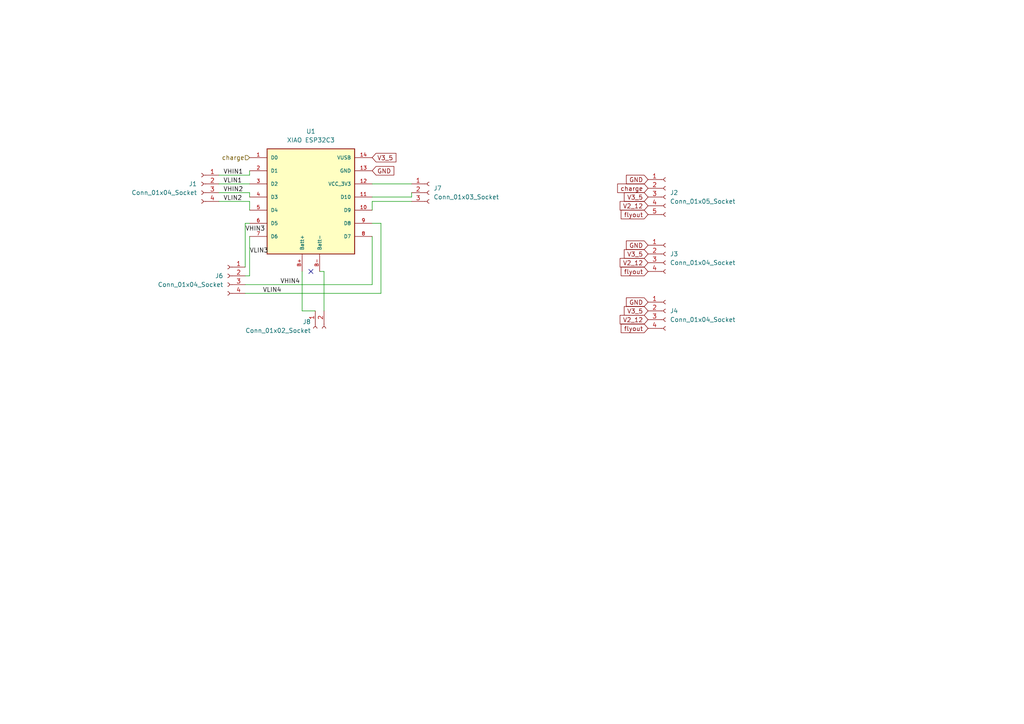
<source format=kicad_sch>
(kicad_sch
	(version 20231120)
	(generator "eeschema")
	(generator_version "8.0")
	(uuid "edf94242-0cdc-4580-8fae-fd56a0fef1a3")
	(paper "A4")
	(lib_symbols
		(symbol "Connector:Conn_01x02_Socket"
			(pin_names
				(offset 1.016) hide)
			(exclude_from_sim no)
			(in_bom yes)
			(on_board yes)
			(property "Reference" "J"
				(at 0 2.54 0)
				(effects
					(font
						(size 1.27 1.27)
					)
				)
			)
			(property "Value" "Conn_01x02_Socket"
				(at 0 -5.08 0)
				(effects
					(font
						(size 1.27 1.27)
					)
				)
			)
			(property "Footprint" ""
				(at 0 0 0)
				(effects
					(font
						(size 1.27 1.27)
					)
					(hide yes)
				)
			)
			(property "Datasheet" "~"
				(at 0 0 0)
				(effects
					(font
						(size 1.27 1.27)
					)
					(hide yes)
				)
			)
			(property "Description" "Generic connector, single row, 01x02, script generated"
				(at 0 0 0)
				(effects
					(font
						(size 1.27 1.27)
					)
					(hide yes)
				)
			)
			(property "ki_locked" ""
				(at 0 0 0)
				(effects
					(font
						(size 1.27 1.27)
					)
				)
			)
			(property "ki_keywords" "connector"
				(at 0 0 0)
				(effects
					(font
						(size 1.27 1.27)
					)
					(hide yes)
				)
			)
			(property "ki_fp_filters" "Connector*:*_1x??_*"
				(at 0 0 0)
				(effects
					(font
						(size 1.27 1.27)
					)
					(hide yes)
				)
			)
			(symbol "Conn_01x02_Socket_1_1"
				(arc
					(start 0 -2.032)
					(mid -0.5058 -2.54)
					(end 0 -3.048)
					(stroke
						(width 0.1524)
						(type default)
					)
					(fill
						(type none)
					)
				)
				(polyline
					(pts
						(xy -1.27 -2.54) (xy -0.508 -2.54)
					)
					(stroke
						(width 0.1524)
						(type default)
					)
					(fill
						(type none)
					)
				)
				(polyline
					(pts
						(xy -1.27 0) (xy -0.508 0)
					)
					(stroke
						(width 0.1524)
						(type default)
					)
					(fill
						(type none)
					)
				)
				(arc
					(start 0 0.508)
					(mid -0.5058 0)
					(end 0 -0.508)
					(stroke
						(width 0.1524)
						(type default)
					)
					(fill
						(type none)
					)
				)
				(pin passive line
					(at -5.08 0 0)
					(length 3.81)
					(name "Pin_1"
						(effects
							(font
								(size 1.27 1.27)
							)
						)
					)
					(number "1"
						(effects
							(font
								(size 1.27 1.27)
							)
						)
					)
				)
				(pin passive line
					(at -5.08 -2.54 0)
					(length 3.81)
					(name "Pin_2"
						(effects
							(font
								(size 1.27 1.27)
							)
						)
					)
					(number "2"
						(effects
							(font
								(size 1.27 1.27)
							)
						)
					)
				)
			)
		)
		(symbol "Connector:Conn_01x03_Socket"
			(pin_names
				(offset 1.016) hide)
			(exclude_from_sim no)
			(in_bom yes)
			(on_board yes)
			(property "Reference" "J"
				(at 0 5.08 0)
				(effects
					(font
						(size 1.27 1.27)
					)
				)
			)
			(property "Value" "Conn_01x03_Socket"
				(at 0 -5.08 0)
				(effects
					(font
						(size 1.27 1.27)
					)
				)
			)
			(property "Footprint" ""
				(at 0 0 0)
				(effects
					(font
						(size 1.27 1.27)
					)
					(hide yes)
				)
			)
			(property "Datasheet" "~"
				(at 0 0 0)
				(effects
					(font
						(size 1.27 1.27)
					)
					(hide yes)
				)
			)
			(property "Description" "Generic connector, single row, 01x03, script generated"
				(at 0 0 0)
				(effects
					(font
						(size 1.27 1.27)
					)
					(hide yes)
				)
			)
			(property "ki_locked" ""
				(at 0 0 0)
				(effects
					(font
						(size 1.27 1.27)
					)
				)
			)
			(property "ki_keywords" "connector"
				(at 0 0 0)
				(effects
					(font
						(size 1.27 1.27)
					)
					(hide yes)
				)
			)
			(property "ki_fp_filters" "Connector*:*_1x??_*"
				(at 0 0 0)
				(effects
					(font
						(size 1.27 1.27)
					)
					(hide yes)
				)
			)
			(symbol "Conn_01x03_Socket_1_1"
				(arc
					(start 0 -2.032)
					(mid -0.5058 -2.54)
					(end 0 -3.048)
					(stroke
						(width 0.1524)
						(type default)
					)
					(fill
						(type none)
					)
				)
				(polyline
					(pts
						(xy -1.27 -2.54) (xy -0.508 -2.54)
					)
					(stroke
						(width 0.1524)
						(type default)
					)
					(fill
						(type none)
					)
				)
				(polyline
					(pts
						(xy -1.27 0) (xy -0.508 0)
					)
					(stroke
						(width 0.1524)
						(type default)
					)
					(fill
						(type none)
					)
				)
				(polyline
					(pts
						(xy -1.27 2.54) (xy -0.508 2.54)
					)
					(stroke
						(width 0.1524)
						(type default)
					)
					(fill
						(type none)
					)
				)
				(arc
					(start 0 0.508)
					(mid -0.5058 0)
					(end 0 -0.508)
					(stroke
						(width 0.1524)
						(type default)
					)
					(fill
						(type none)
					)
				)
				(arc
					(start 0 3.048)
					(mid -0.5058 2.54)
					(end 0 2.032)
					(stroke
						(width 0.1524)
						(type default)
					)
					(fill
						(type none)
					)
				)
				(pin passive line
					(at -5.08 2.54 0)
					(length 3.81)
					(name "Pin_1"
						(effects
							(font
								(size 1.27 1.27)
							)
						)
					)
					(number "1"
						(effects
							(font
								(size 1.27 1.27)
							)
						)
					)
				)
				(pin passive line
					(at -5.08 0 0)
					(length 3.81)
					(name "Pin_2"
						(effects
							(font
								(size 1.27 1.27)
							)
						)
					)
					(number "2"
						(effects
							(font
								(size 1.27 1.27)
							)
						)
					)
				)
				(pin passive line
					(at -5.08 -2.54 0)
					(length 3.81)
					(name "Pin_3"
						(effects
							(font
								(size 1.27 1.27)
							)
						)
					)
					(number "3"
						(effects
							(font
								(size 1.27 1.27)
							)
						)
					)
				)
			)
		)
		(symbol "Connector:Conn_01x04_Socket"
			(pin_names
				(offset 1.016) hide)
			(exclude_from_sim no)
			(in_bom yes)
			(on_board yes)
			(property "Reference" "J"
				(at 0 5.08 0)
				(effects
					(font
						(size 1.27 1.27)
					)
				)
			)
			(property "Value" "Conn_01x04_Socket"
				(at 0 -7.62 0)
				(effects
					(font
						(size 1.27 1.27)
					)
				)
			)
			(property "Footprint" ""
				(at 0 0 0)
				(effects
					(font
						(size 1.27 1.27)
					)
					(hide yes)
				)
			)
			(property "Datasheet" "~"
				(at 0 0 0)
				(effects
					(font
						(size 1.27 1.27)
					)
					(hide yes)
				)
			)
			(property "Description" "Generic connector, single row, 01x04, script generated"
				(at 0 0 0)
				(effects
					(font
						(size 1.27 1.27)
					)
					(hide yes)
				)
			)
			(property "ki_locked" ""
				(at 0 0 0)
				(effects
					(font
						(size 1.27 1.27)
					)
				)
			)
			(property "ki_keywords" "connector"
				(at 0 0 0)
				(effects
					(font
						(size 1.27 1.27)
					)
					(hide yes)
				)
			)
			(property "ki_fp_filters" "Connector*:*_1x??_*"
				(at 0 0 0)
				(effects
					(font
						(size 1.27 1.27)
					)
					(hide yes)
				)
			)
			(symbol "Conn_01x04_Socket_1_1"
				(arc
					(start 0 -4.572)
					(mid -0.5058 -5.08)
					(end 0 -5.588)
					(stroke
						(width 0.1524)
						(type default)
					)
					(fill
						(type none)
					)
				)
				(arc
					(start 0 -2.032)
					(mid -0.5058 -2.54)
					(end 0 -3.048)
					(stroke
						(width 0.1524)
						(type default)
					)
					(fill
						(type none)
					)
				)
				(polyline
					(pts
						(xy -1.27 -5.08) (xy -0.508 -5.08)
					)
					(stroke
						(width 0.1524)
						(type default)
					)
					(fill
						(type none)
					)
				)
				(polyline
					(pts
						(xy -1.27 -2.54) (xy -0.508 -2.54)
					)
					(stroke
						(width 0.1524)
						(type default)
					)
					(fill
						(type none)
					)
				)
				(polyline
					(pts
						(xy -1.27 0) (xy -0.508 0)
					)
					(stroke
						(width 0.1524)
						(type default)
					)
					(fill
						(type none)
					)
				)
				(polyline
					(pts
						(xy -1.27 2.54) (xy -0.508 2.54)
					)
					(stroke
						(width 0.1524)
						(type default)
					)
					(fill
						(type none)
					)
				)
				(arc
					(start 0 0.508)
					(mid -0.5058 0)
					(end 0 -0.508)
					(stroke
						(width 0.1524)
						(type default)
					)
					(fill
						(type none)
					)
				)
				(arc
					(start 0 3.048)
					(mid -0.5058 2.54)
					(end 0 2.032)
					(stroke
						(width 0.1524)
						(type default)
					)
					(fill
						(type none)
					)
				)
				(pin passive line
					(at -5.08 2.54 0)
					(length 3.81)
					(name "Pin_1"
						(effects
							(font
								(size 1.27 1.27)
							)
						)
					)
					(number "1"
						(effects
							(font
								(size 1.27 1.27)
							)
						)
					)
				)
				(pin passive line
					(at -5.08 0 0)
					(length 3.81)
					(name "Pin_2"
						(effects
							(font
								(size 1.27 1.27)
							)
						)
					)
					(number "2"
						(effects
							(font
								(size 1.27 1.27)
							)
						)
					)
				)
				(pin passive line
					(at -5.08 -2.54 0)
					(length 3.81)
					(name "Pin_3"
						(effects
							(font
								(size 1.27 1.27)
							)
						)
					)
					(number "3"
						(effects
							(font
								(size 1.27 1.27)
							)
						)
					)
				)
				(pin passive line
					(at -5.08 -5.08 0)
					(length 3.81)
					(name "Pin_4"
						(effects
							(font
								(size 1.27 1.27)
							)
						)
					)
					(number "4"
						(effects
							(font
								(size 1.27 1.27)
							)
						)
					)
				)
			)
		)
		(symbol "Connector:Conn_01x05_Socket"
			(pin_names
				(offset 1.016) hide)
			(exclude_from_sim no)
			(in_bom yes)
			(on_board yes)
			(property "Reference" "J"
				(at 0 7.62 0)
				(effects
					(font
						(size 1.27 1.27)
					)
				)
			)
			(property "Value" "Conn_01x05_Socket"
				(at 0 -7.62 0)
				(effects
					(font
						(size 1.27 1.27)
					)
				)
			)
			(property "Footprint" ""
				(at 0 0 0)
				(effects
					(font
						(size 1.27 1.27)
					)
					(hide yes)
				)
			)
			(property "Datasheet" "~"
				(at 0 0 0)
				(effects
					(font
						(size 1.27 1.27)
					)
					(hide yes)
				)
			)
			(property "Description" "Generic connector, single row, 01x05, script generated"
				(at 0 0 0)
				(effects
					(font
						(size 1.27 1.27)
					)
					(hide yes)
				)
			)
			(property "ki_locked" ""
				(at 0 0 0)
				(effects
					(font
						(size 1.27 1.27)
					)
				)
			)
			(property "ki_keywords" "connector"
				(at 0 0 0)
				(effects
					(font
						(size 1.27 1.27)
					)
					(hide yes)
				)
			)
			(property "ki_fp_filters" "Connector*:*_1x??_*"
				(at 0 0 0)
				(effects
					(font
						(size 1.27 1.27)
					)
					(hide yes)
				)
			)
			(symbol "Conn_01x05_Socket_1_1"
				(arc
					(start 0 -4.572)
					(mid -0.5058 -5.08)
					(end 0 -5.588)
					(stroke
						(width 0.1524)
						(type default)
					)
					(fill
						(type none)
					)
				)
				(arc
					(start 0 -2.032)
					(mid -0.5058 -2.54)
					(end 0 -3.048)
					(stroke
						(width 0.1524)
						(type default)
					)
					(fill
						(type none)
					)
				)
				(polyline
					(pts
						(xy -1.27 -5.08) (xy -0.508 -5.08)
					)
					(stroke
						(width 0.1524)
						(type default)
					)
					(fill
						(type none)
					)
				)
				(polyline
					(pts
						(xy -1.27 -2.54) (xy -0.508 -2.54)
					)
					(stroke
						(width 0.1524)
						(type default)
					)
					(fill
						(type none)
					)
				)
				(polyline
					(pts
						(xy -1.27 0) (xy -0.508 0)
					)
					(stroke
						(width 0.1524)
						(type default)
					)
					(fill
						(type none)
					)
				)
				(polyline
					(pts
						(xy -1.27 2.54) (xy -0.508 2.54)
					)
					(stroke
						(width 0.1524)
						(type default)
					)
					(fill
						(type none)
					)
				)
				(polyline
					(pts
						(xy -1.27 5.08) (xy -0.508 5.08)
					)
					(stroke
						(width 0.1524)
						(type default)
					)
					(fill
						(type none)
					)
				)
				(arc
					(start 0 0.508)
					(mid -0.5058 0)
					(end 0 -0.508)
					(stroke
						(width 0.1524)
						(type default)
					)
					(fill
						(type none)
					)
				)
				(arc
					(start 0 3.048)
					(mid -0.5058 2.54)
					(end 0 2.032)
					(stroke
						(width 0.1524)
						(type default)
					)
					(fill
						(type none)
					)
				)
				(arc
					(start 0 5.588)
					(mid -0.5058 5.08)
					(end 0 4.572)
					(stroke
						(width 0.1524)
						(type default)
					)
					(fill
						(type none)
					)
				)
				(pin passive line
					(at -5.08 5.08 0)
					(length 3.81)
					(name "Pin_1"
						(effects
							(font
								(size 1.27 1.27)
							)
						)
					)
					(number "1"
						(effects
							(font
								(size 1.27 1.27)
							)
						)
					)
				)
				(pin passive line
					(at -5.08 2.54 0)
					(length 3.81)
					(name "Pin_2"
						(effects
							(font
								(size 1.27 1.27)
							)
						)
					)
					(number "2"
						(effects
							(font
								(size 1.27 1.27)
							)
						)
					)
				)
				(pin passive line
					(at -5.08 0 0)
					(length 3.81)
					(name "Pin_3"
						(effects
							(font
								(size 1.27 1.27)
							)
						)
					)
					(number "3"
						(effects
							(font
								(size 1.27 1.27)
							)
						)
					)
				)
				(pin passive line
					(at -5.08 -2.54 0)
					(length 3.81)
					(name "Pin_4"
						(effects
							(font
								(size 1.27 1.27)
							)
						)
					)
					(number "4"
						(effects
							(font
								(size 1.27 1.27)
							)
						)
					)
				)
				(pin passive line
					(at -5.08 -5.08 0)
					(length 3.81)
					(name "Pin_5"
						(effects
							(font
								(size 1.27 1.27)
							)
						)
					)
					(number "5"
						(effects
							(font
								(size 1.27 1.27)
							)
						)
					)
				)
			)
		)
		(symbol "xiao_esp32c3:XIAO ESP32C3"
			(pin_names
				(offset 1.016)
			)
			(exclude_from_sim no)
			(in_bom yes)
			(on_board yes)
			(property "Reference" "U"
				(at -12.7 16.002 0)
				(effects
					(font
						(size 1.27 1.27)
					)
					(justify left bottom)
				)
			)
			(property "Value" "XIAO ESP32C3"
				(at 7.62 -19.05 0)
				(effects
					(font
						(size 1.27 1.27)
					)
					(justify left bottom)
				)
			)
			(property "Footprint" "XIAO_ESP32C3:xiao_esp32c3"
				(at 1.27 21.59 0)
				(effects
					(font
						(size 1.27 1.27)
					)
					(justify bottom)
					(hide yes)
				)
			)
			(property "Datasheet" "https://files.seeedstudio.com/wiki/Seeed-Studio-XIAO-ESP32/esp32-c3_datasheet.pdf"
				(at 0 -31.75 0)
				(effects
					(font
						(size 1.27 1.27)
					)
					(hide yes)
				)
			)
			(property "Description" "ESP32C3 Transceiver Evaluation Board"
				(at 1.27 19.05 0)
				(effects
					(font
						(size 1.27 1.27)
					)
					(justify bottom)
					(hide yes)
				)
			)
			(property "MANUFACTURER" "Seeed Technology"
				(at 1.27 24.13 0)
				(effects
					(font
						(size 1.27 1.27)
					)
					(justify bottom)
					(hide yes)
				)
			)
			(property "ki_keywords" "ESP32 C3 XIAO"
				(at 0 0 0)
				(effects
					(font
						(size 1.27 1.27)
					)
					(hide yes)
				)
			)
			(symbol "XIAO ESP32C3_0_0"
				(rectangle
					(start -12.7 15.24)
					(end 12.7 -15.24)
					(stroke
						(width 0.254)
						(type default)
					)
					(fill
						(type background)
					)
				)
				(pin bidirectional line
					(at -17.78 12.7 0)
					(length 5.08)
					(name "D0"
						(effects
							(font
								(size 1.016 1.016)
							)
						)
					)
					(number "1"
						(effects
							(font
								(size 1.016 1.016)
							)
						)
					)
				)
				(pin bidirectional line
					(at 17.78 -2.54 180)
					(length 5.08)
					(name "D9"
						(effects
							(font
								(size 1.016 1.016)
							)
						)
					)
					(number "10"
						(effects
							(font
								(size 1.016 1.016)
							)
						)
					)
				)
				(pin bidirectional line
					(at 17.78 1.27 180)
					(length 5.08)
					(name "D10"
						(effects
							(font
								(size 1.016 1.016)
							)
						)
					)
					(number "11"
						(effects
							(font
								(size 1.016 1.016)
							)
						)
					)
				)
				(pin power_in line
					(at 17.78 5.08 180)
					(length 5.08)
					(name "VCC_3V3"
						(effects
							(font
								(size 1.016 1.016)
							)
						)
					)
					(number "12"
						(effects
							(font
								(size 1.016 1.016)
							)
						)
					)
				)
				(pin power_in line
					(at 17.78 8.89 180)
					(length 5.08)
					(name "GND"
						(effects
							(font
								(size 1.016 1.016)
							)
						)
					)
					(number "13"
						(effects
							(font
								(size 1.016 1.016)
							)
						)
					)
				)
				(pin power_in line
					(at 17.78 12.7 180)
					(length 5.08)
					(name "VUSB"
						(effects
							(font
								(size 1.016 1.016)
							)
						)
					)
					(number "14"
						(effects
							(font
								(size 1.016 1.016)
							)
						)
					)
				)
				(pin bidirectional line
					(at -17.78 8.89 0)
					(length 5.08)
					(name "D1"
						(effects
							(font
								(size 1.016 1.016)
							)
						)
					)
					(number "2"
						(effects
							(font
								(size 1.016 1.016)
							)
						)
					)
				)
				(pin bidirectional line
					(at -17.78 5.08 0)
					(length 5.08)
					(name "D2"
						(effects
							(font
								(size 1.016 1.016)
							)
						)
					)
					(number "3"
						(effects
							(font
								(size 1.016 1.016)
							)
						)
					)
				)
				(pin bidirectional line
					(at -17.78 1.27 0)
					(length 5.08)
					(name "D3"
						(effects
							(font
								(size 1.016 1.016)
							)
						)
					)
					(number "4"
						(effects
							(font
								(size 1.016 1.016)
							)
						)
					)
				)
				(pin bidirectional line
					(at -17.78 -2.54 0)
					(length 5.08)
					(name "D4"
						(effects
							(font
								(size 1.016 1.016)
							)
						)
					)
					(number "5"
						(effects
							(font
								(size 1.016 1.016)
							)
						)
					)
				)
				(pin bidirectional line
					(at -17.78 -6.35 0)
					(length 5.08)
					(name "D5"
						(effects
							(font
								(size 1.016 1.016)
							)
						)
					)
					(number "6"
						(effects
							(font
								(size 1.016 1.016)
							)
						)
					)
				)
				(pin bidirectional line
					(at 17.78 -6.35 180)
					(length 5.08)
					(name "D8"
						(effects
							(font
								(size 1.016 1.016)
							)
						)
					)
					(number "9"
						(effects
							(font
								(size 1.016 1.016)
							)
						)
					)
				)
			)
			(symbol "XIAO ESP32C3_1_0"
				(pin bidirectional line
					(at -17.78 -10.16 0)
					(length 5.08)
					(name "D6"
						(effects
							(font
								(size 1.016 1.016)
							)
						)
					)
					(number "7"
						(effects
							(font
								(size 1.016 1.016)
							)
						)
					)
				)
				(pin bidirectional line
					(at 17.78 -10.16 180)
					(length 5.08)
					(name "D7"
						(effects
							(font
								(size 1.016 1.016)
							)
						)
					)
					(number "8"
						(effects
							(font
								(size 1.016 1.016)
							)
						)
					)
				)
				(pin power_in line
					(at -2.54 -20.32 90)
					(length 5.08)
					(name "Batt+"
						(effects
							(font
								(size 1.016 1.016)
							)
						)
					)
					(number "B+"
						(effects
							(font
								(size 1.016 1.016)
							)
						)
					)
				)
				(pin power_in line
					(at 2.54 -20.32 90)
					(length 5.08)
					(name "Batt-"
						(effects
							(font
								(size 1.016 1.016)
							)
						)
					)
					(number "B-"
						(effects
							(font
								(size 1.016 1.016)
							)
						)
					)
				)
			)
		)
	)
	(no_connect
		(at 90.17 78.74)
		(uuid "e2fbbe65-e355-49b8-9324-b65cef60b16a")
	)
	(wire
		(pts
			(xy 72.39 50.8) (xy 72.39 49.53)
		)
		(stroke
			(width 0)
			(type default)
		)
		(uuid "11db171c-b358-4eae-8da2-4e476a164e79")
	)
	(wire
		(pts
			(xy 110.49 64.77) (xy 110.49 85.09)
		)
		(stroke
			(width 0)
			(type default)
		)
		(uuid "25dd8441-b8d0-492d-9d06-0e94cde86f1e")
	)
	(wire
		(pts
			(xy 107.95 68.58) (xy 107.95 82.55)
		)
		(stroke
			(width 0)
			(type default)
		)
		(uuid "3a76185b-58b8-467a-ba79-f9d65433d785")
	)
	(wire
		(pts
			(xy 72.39 58.42) (xy 72.39 60.96)
		)
		(stroke
			(width 0)
			(type default)
		)
		(uuid "3b943cfb-8c2f-461e-a7c4-bbec95e57c3a")
	)
	(wire
		(pts
			(xy 110.49 85.09) (xy 71.12 85.09)
		)
		(stroke
			(width 0)
			(type default)
		)
		(uuid "3dc619e1-f983-40a3-a8a7-6c77ef65151c")
	)
	(wire
		(pts
			(xy 92.71 78.74) (xy 93.98 78.74)
		)
		(stroke
			(width 0)
			(type default)
		)
		(uuid "465a97cd-fbd4-40ec-aac8-9e4f7d2bb4cf")
	)
	(wire
		(pts
			(xy 72.39 80.01) (xy 71.12 80.01)
		)
		(stroke
			(width 0)
			(type default)
		)
		(uuid "4b6c9e31-3768-4022-b35d-e19109f8b123")
	)
	(wire
		(pts
			(xy 119.38 57.15) (xy 119.38 55.88)
		)
		(stroke
			(width 0)
			(type default)
		)
		(uuid "52e8d383-2be9-4af4-ba16-3c8f9a9fe03c")
	)
	(wire
		(pts
			(xy 107.95 58.42) (xy 107.95 60.96)
		)
		(stroke
			(width 0)
			(type default)
		)
		(uuid "60bf6c31-a602-4cfe-9ac2-8bb0955a5238")
	)
	(wire
		(pts
			(xy 72.39 64.77) (xy 71.12 64.77)
		)
		(stroke
			(width 0)
			(type default)
		)
		(uuid "6bb2d620-674d-44c2-8adc-6826cc151f90")
	)
	(wire
		(pts
			(xy 107.95 53.34) (xy 119.38 53.34)
		)
		(stroke
			(width 0)
			(type default)
		)
		(uuid "714b1cab-f7cf-478c-b48d-aa7ba6d973d1")
	)
	(wire
		(pts
			(xy 63.5 55.88) (xy 72.39 55.88)
		)
		(stroke
			(width 0)
			(type default)
		)
		(uuid "7ab57ca7-086c-40af-b348-b42798e9169d")
	)
	(wire
		(pts
			(xy 72.39 68.58) (xy 72.39 80.01)
		)
		(stroke
			(width 0)
			(type default)
		)
		(uuid "836649a2-8918-4b86-887f-dbf40aac5710")
	)
	(wire
		(pts
			(xy 63.5 53.34) (xy 72.39 53.34)
		)
		(stroke
			(width 0)
			(type default)
		)
		(uuid "859af836-b6e1-4e0b-bb94-034f95a76e6f")
	)
	(wire
		(pts
			(xy 107.95 82.55) (xy 71.12 82.55)
		)
		(stroke
			(width 0)
			(type default)
		)
		(uuid "9072520d-e455-43af-8cbd-c3edb3d3b348")
	)
	(wire
		(pts
			(xy 93.98 78.74) (xy 93.98 90.17)
		)
		(stroke
			(width 0)
			(type default)
		)
		(uuid "9ab7b895-0a45-4579-9475-e1dbd40be228")
	)
	(wire
		(pts
			(xy 87.63 78.74) (xy 87.63 90.17)
		)
		(stroke
			(width 0)
			(type default)
		)
		(uuid "a391ddec-0b9b-4ac1-b5d7-9bff1b36dac3")
	)
	(wire
		(pts
			(xy 119.38 58.42) (xy 107.95 58.42)
		)
		(stroke
			(width 0)
			(type default)
		)
		(uuid "a47e3e89-4784-474a-8fa6-1d51c30f4ba4")
	)
	(wire
		(pts
			(xy 71.12 64.77) (xy 71.12 77.47)
		)
		(stroke
			(width 0)
			(type default)
		)
		(uuid "b3cb05aa-c903-4d07-887a-97739d519e70")
	)
	(wire
		(pts
			(xy 107.95 57.15) (xy 119.38 57.15)
		)
		(stroke
			(width 0)
			(type default)
		)
		(uuid "bc7c728d-8007-4517-9992-210642d5b5f1")
	)
	(wire
		(pts
			(xy 87.63 90.17) (xy 91.44 90.17)
		)
		(stroke
			(width 0)
			(type default)
		)
		(uuid "d56f2fb8-d9a6-4e4d-a4e9-78f128722080")
	)
	(wire
		(pts
			(xy 63.5 50.8) (xy 72.39 50.8)
		)
		(stroke
			(width 0)
			(type default)
		)
		(uuid "e710500c-f0c7-47ca-a24c-d762c16fcbf4")
	)
	(wire
		(pts
			(xy 63.5 58.42) (xy 72.39 58.42)
		)
		(stroke
			(width 0)
			(type default)
		)
		(uuid "e8c20610-b826-4dda-89a5-aa192abfb5b8")
	)
	(wire
		(pts
			(xy 107.95 64.77) (xy 110.49 64.77)
		)
		(stroke
			(width 0)
			(type default)
		)
		(uuid "eb25a7e5-32c5-471c-83c9-fa715ebdfc3b")
	)
	(wire
		(pts
			(xy 72.39 55.88) (xy 72.39 57.15)
		)
		(stroke
			(width 0)
			(type default)
		)
		(uuid "ed4a618d-f4ba-4a59-9033-0f9eb5f67f49")
	)
	(label "VHIN3"
		(at 71.12 67.31 0)
		(fields_autoplaced yes)
		(effects
			(font
				(size 1.27 1.27)
			)
			(justify left bottom)
		)
		(uuid "21e5fcd5-4006-41d3-83fb-38571d40ff47")
	)
	(label "VHIN4"
		(at 81.28 82.55 0)
		(fields_autoplaced yes)
		(effects
			(font
				(size 1.27 1.27)
			)
			(justify left bottom)
		)
		(uuid "27168ac6-3910-4dca-a68e-bd7dddabbe04")
	)
	(label "VLIN2"
		(at 64.77 58.42 0)
		(fields_autoplaced yes)
		(effects
			(font
				(size 1.27 1.27)
			)
			(justify left bottom)
		)
		(uuid "282bfa37-b24b-434a-abdf-d584e5085e59")
	)
	(label "VLIN3"
		(at 72.39 73.66 0)
		(fields_autoplaced yes)
		(effects
			(font
				(size 1.27 1.27)
			)
			(justify left bottom)
		)
		(uuid "3f1c2c68-1729-451e-8fc0-1633dd4a82b6")
	)
	(label "VHIN1"
		(at 64.77 50.8 0)
		(fields_autoplaced yes)
		(effects
			(font
				(size 1.27 1.27)
			)
			(justify left bottom)
		)
		(uuid "e04f0ece-fa54-4c39-b5b5-ed81dc985318")
	)
	(label "VHIN2"
		(at 64.77 55.88 0)
		(fields_autoplaced yes)
		(effects
			(font
				(size 1.27 1.27)
			)
			(justify left bottom)
		)
		(uuid "e0e744e5-95d4-4142-a097-ebbc6c4d3a38")
	)
	(label "VLIN4"
		(at 76.2 85.09 0)
		(fields_autoplaced yes)
		(effects
			(font
				(size 1.27 1.27)
			)
			(justify left bottom)
		)
		(uuid "f82a2ff4-9881-40e9-9ad6-7ebd4a1ed5be")
	)
	(label "VLIN1"
		(at 64.77 53.34 0)
		(fields_autoplaced yes)
		(effects
			(font
				(size 1.27 1.27)
			)
			(justify left bottom)
		)
		(uuid "fab9c777-7e6d-4457-8498-efb92a2990d1")
	)
	(global_label "V3_5"
		(shape input)
		(at 107.95 45.72 0)
		(fields_autoplaced yes)
		(effects
			(font
				(size 1.27 1.27)
			)
			(justify left)
		)
		(uuid "1c3810c7-fd8e-4147-a795-104d85574a3c")
		(property "Intersheetrefs" "${INTERSHEET_REFS}"
			(at 115.4104 45.72 0)
			(effects
				(font
					(size 1.27 1.27)
				)
				(justify left)
				(hide yes)
			)
		)
	)
	(global_label "flyout"
		(shape input)
		(at 187.96 62.23 180)
		(fields_autoplaced yes)
		(effects
			(font
				(size 1.27 1.27)
			)
			(justify right)
		)
		(uuid "23eb73a2-d42b-46e7-b4e8-fe48cd638890")
		(property "Intersheetrefs" "${INTERSHEET_REFS}"
			(at 179.5926 62.23 0)
			(effects
				(font
					(size 1.27 1.27)
				)
				(justify right)
				(hide yes)
			)
		)
	)
	(global_label "V3_5"
		(shape input)
		(at 187.96 73.66 180)
		(fields_autoplaced yes)
		(effects
			(font
				(size 1.27 1.27)
			)
			(justify right)
		)
		(uuid "28406d53-b4a9-43ee-89d2-cefc36b70b55")
		(property "Intersheetrefs" "${INTERSHEET_REFS}"
			(at 180.4996 73.66 0)
			(effects
				(font
					(size 1.27 1.27)
				)
				(justify right)
				(hide yes)
			)
		)
	)
	(global_label "V3_5"
		(shape input)
		(at 187.96 57.15 180)
		(fields_autoplaced yes)
		(effects
			(font
				(size 1.27 1.27)
			)
			(justify right)
		)
		(uuid "5a67a095-c6f9-4f97-adf2-9e10cb147d2f")
		(property "Intersheetrefs" "${INTERSHEET_REFS}"
			(at 180.4996 57.15 0)
			(effects
				(font
					(size 1.27 1.27)
				)
				(justify right)
				(hide yes)
			)
		)
	)
	(global_label "GND"
		(shape input)
		(at 107.95 49.53 0)
		(fields_autoplaced yes)
		(effects
			(font
				(size 1.27 1.27)
			)
			(justify left)
		)
		(uuid "5ba8ab77-0ebb-41f3-a778-e325d1da430c")
		(property "Intersheetrefs" "${INTERSHEET_REFS}"
			(at 114.8057 49.53 0)
			(effects
				(font
					(size 1.27 1.27)
				)
				(justify left)
				(hide yes)
			)
		)
	)
	(global_label "V3_5"
		(shape input)
		(at 187.96 90.17 180)
		(fields_autoplaced yes)
		(effects
			(font
				(size 1.27 1.27)
			)
			(justify right)
		)
		(uuid "6dfadfb2-d9cf-4f65-8aa2-5728332622ee")
		(property "Intersheetrefs" "${INTERSHEET_REFS}"
			(at 180.4996 90.17 0)
			(effects
				(font
					(size 1.27 1.27)
				)
				(justify right)
				(hide yes)
			)
		)
	)
	(global_label "flyout"
		(shape input)
		(at 187.96 95.25 180)
		(fields_autoplaced yes)
		(effects
			(font
				(size 1.27 1.27)
			)
			(justify right)
		)
		(uuid "961c203c-e8c9-404c-83d5-eb0c70c92cb5")
		(property "Intersheetrefs" "${INTERSHEET_REFS}"
			(at 179.5926 95.25 0)
			(effects
				(font
					(size 1.27 1.27)
				)
				(justify right)
				(hide yes)
			)
		)
	)
	(global_label "V2_12"
		(shape input)
		(at 187.96 92.71 180)
		(fields_autoplaced yes)
		(effects
			(font
				(size 1.27 1.27)
			)
			(justify right)
		)
		(uuid "ad215a78-fe6c-4dc1-ac27-626f31cbe132")
		(property "Intersheetrefs" "${INTERSHEET_REFS}"
			(at 179.2901 92.71 0)
			(effects
				(font
					(size 1.27 1.27)
				)
				(justify right)
				(hide yes)
			)
		)
	)
	(global_label "V2_12"
		(shape input)
		(at 187.96 59.69 180)
		(fields_autoplaced yes)
		(effects
			(font
				(size 1.27 1.27)
			)
			(justify right)
		)
		(uuid "b301efea-9465-4038-a397-a2be839a0bf4")
		(property "Intersheetrefs" "${INTERSHEET_REFS}"
			(at 179.2901 59.69 0)
			(effects
				(font
					(size 1.27 1.27)
				)
				(justify right)
				(hide yes)
			)
		)
	)
	(global_label "GND"
		(shape input)
		(at 187.96 52.07 180)
		(fields_autoplaced yes)
		(effects
			(font
				(size 1.27 1.27)
			)
			(justify right)
		)
		(uuid "c0ac608c-cf32-4087-ae28-4fa5fc2c67e9")
		(property "Intersheetrefs" "${INTERSHEET_REFS}"
			(at 181.1043 52.07 0)
			(effects
				(font
					(size 1.27 1.27)
				)
				(justify right)
				(hide yes)
			)
		)
	)
	(global_label "charge"
		(shape input)
		(at 187.96 54.61 180)
		(fields_autoplaced yes)
		(effects
			(font
				(size 1.27 1.27)
			)
			(justify right)
		)
		(uuid "d135174d-1c3a-42f5-a605-3215bc14d827")
		(property "Intersheetrefs" "${INTERSHEET_REFS}"
			(at 178.5644 54.61 0)
			(effects
				(font
					(size 1.27 1.27)
				)
				(justify right)
				(hide yes)
			)
		)
	)
	(global_label "GND"
		(shape input)
		(at 187.96 87.63 180)
		(fields_autoplaced yes)
		(effects
			(font
				(size 1.27 1.27)
			)
			(justify right)
		)
		(uuid "e8eb9a4e-1c24-431d-9636-6155416c8878")
		(property "Intersheetrefs" "${INTERSHEET_REFS}"
			(at 181.1043 87.63 0)
			(effects
				(font
					(size 1.27 1.27)
				)
				(justify right)
				(hide yes)
			)
		)
	)
	(global_label "flyout"
		(shape input)
		(at 187.96 78.74 180)
		(fields_autoplaced yes)
		(effects
			(font
				(size 1.27 1.27)
			)
			(justify right)
		)
		(uuid "eaddb210-1286-44c6-ad4a-8e9ba262ffc1")
		(property "Intersheetrefs" "${INTERSHEET_REFS}"
			(at 179.5926 78.74 0)
			(effects
				(font
					(size 1.27 1.27)
				)
				(justify right)
				(hide yes)
			)
		)
	)
	(global_label "V2_12"
		(shape input)
		(at 187.96 76.2 180)
		(fields_autoplaced yes)
		(effects
			(font
				(size 1.27 1.27)
			)
			(justify right)
		)
		(uuid "ed143592-1967-4915-822f-433eb63259ca")
		(property "Intersheetrefs" "${INTERSHEET_REFS}"
			(at 179.2901 76.2 0)
			(effects
				(font
					(size 1.27 1.27)
				)
				(justify right)
				(hide yes)
			)
		)
	)
	(global_label "GND"
		(shape input)
		(at 187.96 71.12 180)
		(fields_autoplaced yes)
		(effects
			(font
				(size 1.27 1.27)
			)
			(justify right)
		)
		(uuid "f1f02560-4a92-46a5-a508-06ca034ecb19")
		(property "Intersheetrefs" "${INTERSHEET_REFS}"
			(at 181.1043 71.12 0)
			(effects
				(font
					(size 1.27 1.27)
				)
				(justify right)
				(hide yes)
			)
		)
	)
	(hierarchical_label "charge"
		(shape input)
		(at 72.39 45.72 180)
		(fields_autoplaced yes)
		(effects
			(font
				(size 1.27 1.27)
			)
			(justify right)
		)
		(uuid "1ed4aa9b-c100-430f-8cde-d3e2e5b41669")
	)
	(symbol
		(lib_id "Connector:Conn_01x04_Socket")
		(at 193.04 90.17 0)
		(unit 1)
		(exclude_from_sim no)
		(in_bom yes)
		(on_board yes)
		(dnp no)
		(fields_autoplaced yes)
		(uuid "1ac3afa0-46a5-4e0b-bd66-7546019b324c")
		(property "Reference" "J4"
			(at 194.31 90.1699 0)
			(effects
				(font
					(size 1.27 1.27)
				)
				(justify left)
			)
		)
		(property "Value" "Conn_01x04_Socket"
			(at 194.31 92.7099 0)
			(effects
				(font
					(size 1.27 1.27)
				)
				(justify left)
			)
		)
		(property "Footprint" "Connector_PinSocket_1.00mm:PinSocket_1x04_P1.00mm_Vertical"
			(at 193.04 90.17 0)
			(effects
				(font
					(size 1.27 1.27)
				)
				(hide yes)
			)
		)
		(property "Datasheet" "~"
			(at 193.04 90.17 0)
			(effects
				(font
					(size 1.27 1.27)
				)
				(hide yes)
			)
		)
		(property "Description" "Generic connector, single row, 01x04, script generated"
			(at 193.04 90.17 0)
			(effects
				(font
					(size 1.27 1.27)
				)
				(hide yes)
			)
		)
		(pin "2"
			(uuid "dccf681c-c9a1-401f-b629-be03ad6a4ac6")
		)
		(pin "3"
			(uuid "cd9339ea-69a1-4b34-a29c-3caa6fdbfa86")
		)
		(pin "1"
			(uuid "18915d64-7bc1-4ff8-9582-53c41ed3c7b2")
		)
		(pin "4"
			(uuid "5a3facbb-75f3-4556-894d-4c3598810e04")
		)
		(instances
			(project "simulatedpcb"
				(path "/edf94242-0cdc-4580-8fae-fd56a0fef1a3"
					(reference "J4")
					(unit 1)
				)
			)
		)
	)
	(symbol
		(lib_id "Connector:Conn_01x04_Socket")
		(at 193.04 73.66 0)
		(unit 1)
		(exclude_from_sim no)
		(in_bom yes)
		(on_board yes)
		(dnp no)
		(fields_autoplaced yes)
		(uuid "254dc304-5d26-4d0d-a733-0ec46df976e8")
		(property "Reference" "J3"
			(at 194.31 73.6599 0)
			(effects
				(font
					(size 1.27 1.27)
				)
				(justify left)
			)
		)
		(property "Value" "Conn_01x04_Socket"
			(at 194.31 76.1999 0)
			(effects
				(font
					(size 1.27 1.27)
				)
				(justify left)
			)
		)
		(property "Footprint" "Connector_PinSocket_1.00mm:PinSocket_1x04_P1.00mm_Vertical"
			(at 193.04 73.66 0)
			(effects
				(font
					(size 1.27 1.27)
				)
				(hide yes)
			)
		)
		(property "Datasheet" "~"
			(at 193.04 73.66 0)
			(effects
				(font
					(size 1.27 1.27)
				)
				(hide yes)
			)
		)
		(property "Description" "Generic connector, single row, 01x04, script generated"
			(at 193.04 73.66 0)
			(effects
				(font
					(size 1.27 1.27)
				)
				(hide yes)
			)
		)
		(pin "2"
			(uuid "d0782244-9c42-4125-b1f0-94838ca57879")
		)
		(pin "3"
			(uuid "4685ced1-c477-4db6-9803-ba0af4b68d7e")
		)
		(pin "1"
			(uuid "951d749b-0057-4a25-8169-84d537eac9d1")
		)
		(pin "4"
			(uuid "99982c76-88f9-42dc-8a4d-8763115b394f")
		)
		(instances
			(project ""
				(path "/edf94242-0cdc-4580-8fae-fd56a0fef1a3"
					(reference "J3")
					(unit 1)
				)
			)
		)
	)
	(symbol
		(lib_id "xiao_esp32c3:XIAO ESP32C3")
		(at 90.17 58.42 0)
		(unit 1)
		(exclude_from_sim no)
		(in_bom yes)
		(on_board yes)
		(dnp no)
		(fields_autoplaced yes)
		(uuid "30ed1ce5-6880-4b6b-a735-196c159fa9a5")
		(property "Reference" "U1"
			(at 90.17 38.1 0)
			(effects
				(font
					(size 1.27 1.27)
				)
			)
		)
		(property "Value" "XIAO ESP32C3"
			(at 90.17 40.64 0)
			(effects
				(font
					(size 1.27 1.27)
				)
			)
		)
		(property "Footprint" "xiao_esp32c3:xiao_esp32c3"
			(at 91.44 36.83 0)
			(effects
				(font
					(size 1.27 1.27)
				)
				(justify bottom)
				(hide yes)
			)
		)
		(property "Datasheet" "https://files.seeedstudio.com/wiki/Seeed-Studio-XIAO-ESP32/esp32-c3_datasheet.pdf"
			(at 90.17 90.17 0)
			(effects
				(font
					(size 1.27 1.27)
				)
				(hide yes)
			)
		)
		(property "Description" "ESP32C3 Transceiver Evaluation Board"
			(at 91.44 39.37 0)
			(effects
				(font
					(size 1.27 1.27)
				)
				(justify bottom)
				(hide yes)
			)
		)
		(property "MANUFACTURER" "Seeed Technology"
			(at 91.44 34.29 0)
			(effects
				(font
					(size 1.27 1.27)
				)
				(justify bottom)
				(hide yes)
			)
		)
		(pin "B-"
			(uuid "d47bde5b-7b0a-4618-baa0-1654c54f1732")
		)
		(pin "12"
			(uuid "420784e2-c4d2-431f-8fd3-6189766a6478")
		)
		(pin "3"
			(uuid "afc23985-7c39-44f6-87d7-9d1ab91607b4")
		)
		(pin "B+"
			(uuid "dca79b75-8a6f-4080-90d5-562d20469894")
		)
		(pin "4"
			(uuid "a26f1b1c-35e2-4531-96d6-70718337850f")
		)
		(pin "5"
			(uuid "fff9e50a-0918-4aaa-b6fd-13505e82a64d")
		)
		(pin "6"
			(uuid "abf4a605-169d-49a2-ac40-3ce3d8502dbd")
		)
		(pin "9"
			(uuid "b9a94d6c-55c9-4998-a1e1-b0e721543c43")
		)
		(pin "8"
			(uuid "a8111694-cb1b-48b1-b0d0-385fbc4d7069")
		)
		(pin "13"
			(uuid "9c5a8fd9-3cbf-4cfc-b875-bcbc3d0bb889")
		)
		(pin "1"
			(uuid "825417ab-174e-44b2-b331-07e1e5d487cd")
		)
		(pin "2"
			(uuid "bdb1e68e-4614-49fc-af7e-77802e0093a3")
		)
		(pin "11"
			(uuid "358fa20e-11cb-41e6-9552-d1fc7a68366a")
		)
		(pin "10"
			(uuid "636aba1b-06f1-455e-a940-fd31a405b3e1")
		)
		(pin "7"
			(uuid "acb0b568-065e-46d3-beae-03bbc8d1816b")
		)
		(pin "14"
			(uuid "8644e473-3ec6-4397-9593-fca26f5d9839")
		)
		(instances
			(project "simulatedpcb"
				(path "/edf94242-0cdc-4580-8fae-fd56a0fef1a3"
					(reference "U1")
					(unit 1)
				)
			)
		)
	)
	(symbol
		(lib_id "Connector:Conn_01x05_Socket")
		(at 193.04 57.15 0)
		(unit 1)
		(exclude_from_sim no)
		(in_bom yes)
		(on_board yes)
		(dnp no)
		(fields_autoplaced yes)
		(uuid "3b6fe18f-f8a0-4fb1-9d95-5d6bcd1250a3")
		(property "Reference" "J2"
			(at 194.31 55.8799 0)
			(effects
				(font
					(size 1.27 1.27)
				)
				(justify left)
			)
		)
		(property "Value" "Conn_01x05_Socket"
			(at 194.31 58.4199 0)
			(effects
				(font
					(size 1.27 1.27)
				)
				(justify left)
			)
		)
		(property "Footprint" "Connector_PinSocket_1.00mm:PinSocket_1x05_P1.00mm_Vertical"
			(at 193.04 57.15 0)
			(effects
				(font
					(size 1.27 1.27)
				)
				(hide yes)
			)
		)
		(property "Datasheet" "~"
			(at 193.04 57.15 0)
			(effects
				(font
					(size 1.27 1.27)
				)
				(hide yes)
			)
		)
		(property "Description" "Generic connector, single row, 01x05, script generated"
			(at 193.04 57.15 0)
			(effects
				(font
					(size 1.27 1.27)
				)
				(hide yes)
			)
		)
		(pin "4"
			(uuid "0f439318-f9ec-44dd-bf1a-9a06e888f42f")
		)
		(pin "1"
			(uuid "39a40298-c2f7-43d0-90ac-705e5e188820")
		)
		(pin "5"
			(uuid "0f246209-acb9-4f15-9ef4-cfb95f3b4905")
		)
		(pin "2"
			(uuid "f1034cbf-59ff-493c-b47d-5eeda07952d0")
		)
		(pin "3"
			(uuid "ea5431c7-8ef6-4dcd-95d3-81493acb9002")
		)
		(instances
			(project ""
				(path "/edf94242-0cdc-4580-8fae-fd56a0fef1a3"
					(reference "J2")
					(unit 1)
				)
			)
		)
	)
	(symbol
		(lib_id "Connector:Conn_01x04_Socket")
		(at 58.42 53.34 0)
		(mirror y)
		(unit 1)
		(exclude_from_sim no)
		(in_bom yes)
		(on_board yes)
		(dnp no)
		(uuid "794ceb93-9453-4b7a-9798-66c0099bcbd5")
		(property "Reference" "J1"
			(at 57.15 53.3399 0)
			(effects
				(font
					(size 1.27 1.27)
				)
				(justify left)
			)
		)
		(property "Value" "Conn_01x04_Socket"
			(at 57.15 55.8799 0)
			(effects
				(font
					(size 1.27 1.27)
				)
				(justify left)
			)
		)
		(property "Footprint" "Connector_PinSocket_1.00mm:PinSocket_1x04_P1.00mm_Vertical"
			(at 58.42 53.34 0)
			(effects
				(font
					(size 1.27 1.27)
				)
				(hide yes)
			)
		)
		(property "Datasheet" "~"
			(at 58.42 53.34 0)
			(effects
				(font
					(size 1.27 1.27)
				)
				(hide yes)
			)
		)
		(property "Description" "Generic connector, single row, 01x04, script generated"
			(at 58.42 53.34 0)
			(effects
				(font
					(size 1.27 1.27)
				)
				(hide yes)
			)
		)
		(pin "2"
			(uuid "37a9342b-85dc-4560-a14d-6a258fe35a71")
		)
		(pin "1"
			(uuid "4b83464e-03ac-4492-a74d-0ac1f35dd84a")
		)
		(pin "3"
			(uuid "b0a5367e-6bcf-4852-a23d-4bc8672d4209")
		)
		(pin "4"
			(uuid "8594fa4f-397d-4e24-8ed7-89999969c258")
		)
		(instances
			(project "simulatedpcb"
				(path "/edf94242-0cdc-4580-8fae-fd56a0fef1a3"
					(reference "J1")
					(unit 1)
				)
			)
		)
	)
	(symbol
		(lib_id "Connector:Conn_01x04_Socket")
		(at 66.04 80.01 0)
		(mirror y)
		(unit 1)
		(exclude_from_sim no)
		(in_bom yes)
		(on_board yes)
		(dnp no)
		(uuid "b0ea39d7-7989-42eb-a5df-a61f6e8cecb5")
		(property "Reference" "J6"
			(at 64.77 80.0099 0)
			(effects
				(font
					(size 1.27 1.27)
				)
				(justify left)
			)
		)
		(property "Value" "Conn_01x04_Socket"
			(at 64.77 82.5499 0)
			(effects
				(font
					(size 1.27 1.27)
				)
				(justify left)
			)
		)
		(property "Footprint" "Connector_PinSocket_1.00mm:PinSocket_1x04_P1.00mm_Vertical"
			(at 66.04 80.01 0)
			(effects
				(font
					(size 1.27 1.27)
				)
				(hide yes)
			)
		)
		(property "Datasheet" "~"
			(at 66.04 80.01 0)
			(effects
				(font
					(size 1.27 1.27)
				)
				(hide yes)
			)
		)
		(property "Description" "Generic connector, single row, 01x04, script generated"
			(at 66.04 80.01 0)
			(effects
				(font
					(size 1.27 1.27)
				)
				(hide yes)
			)
		)
		(pin "2"
			(uuid "4d599328-903f-4a85-a6f5-8a62e1752767")
		)
		(pin "1"
			(uuid "0735b791-b4b0-41ab-aeac-70c94ef391f8")
		)
		(pin "3"
			(uuid "24306f2d-39b3-448c-aca8-13f08700a1cf")
		)
		(pin "4"
			(uuid "b2ea6091-cd31-4312-bb22-348f0f38d539")
		)
		(instances
			(project "simulatedpcb"
				(path "/edf94242-0cdc-4580-8fae-fd56a0fef1a3"
					(reference "J6")
					(unit 1)
				)
			)
		)
	)
	(symbol
		(lib_id "Connector:Conn_01x02_Socket")
		(at 91.44 95.25 90)
		(mirror x)
		(unit 1)
		(exclude_from_sim no)
		(in_bom yes)
		(on_board yes)
		(dnp no)
		(uuid "bfb1a65c-6308-4d13-bafc-8515458f30bd")
		(property "Reference" "J8"
			(at 90.17 93.3449 90)
			(effects
				(font
					(size 1.27 1.27)
				)
				(justify left)
			)
		)
		(property "Value" "Conn_01x02_Socket"
			(at 90.17 95.8849 90)
			(effects
				(font
					(size 1.27 1.27)
				)
				(justify left)
			)
		)
		(property "Footprint" "Connector_PinSocket_1.00mm:PinSocket_1x02_P1.00mm_Vertical"
			(at 91.44 95.25 0)
			(effects
				(font
					(size 1.27 1.27)
				)
				(hide yes)
			)
		)
		(property "Datasheet" "~"
			(at 91.44 95.25 0)
			(effects
				(font
					(size 1.27 1.27)
				)
				(hide yes)
			)
		)
		(property "Description" "Generic connector, single row, 01x02, script generated"
			(at 91.44 95.25 0)
			(effects
				(font
					(size 1.27 1.27)
				)
				(hide yes)
			)
		)
		(pin "2"
			(uuid "9df82e50-da9c-4f0e-9e38-157dd7c555e4")
		)
		(pin "1"
			(uuid "647bbe8f-463e-442b-9e55-f96b3acffdfc")
		)
		(instances
			(project ""
				(path "/edf94242-0cdc-4580-8fae-fd56a0fef1a3"
					(reference "J8")
					(unit 1)
				)
			)
		)
	)
	(symbol
		(lib_id "Connector:Conn_01x03_Socket")
		(at 124.46 55.88 0)
		(unit 1)
		(exclude_from_sim no)
		(in_bom yes)
		(on_board yes)
		(dnp no)
		(uuid "d497463f-9e55-438a-b8da-eb9b2b356393")
		(property "Reference" "J7"
			(at 125.73 54.6099 0)
			(effects
				(font
					(size 1.27 1.27)
				)
				(justify left)
			)
		)
		(property "Value" "Conn_01x03_Socket"
			(at 125.73 57.1499 0)
			(effects
				(font
					(size 1.27 1.27)
				)
				(justify left)
			)
		)
		(property "Footprint" "Connector_PinSocket_1.00mm:PinSocket_1x03_P1.00mm_Vertical"
			(at 124.46 55.88 0)
			(effects
				(font
					(size 1.27 1.27)
				)
				(hide yes)
			)
		)
		(property "Datasheet" "~"
			(at 124.46 55.88 0)
			(effects
				(font
					(size 1.27 1.27)
				)
				(hide yes)
			)
		)
		(property "Description" "Generic connector, single row, 01x03, script generated"
			(at 124.46 55.88 0)
			(effects
				(font
					(size 1.27 1.27)
				)
				(hide yes)
			)
		)
		(pin "1"
			(uuid "6b3cc9cf-d96b-43f2-b46f-6c3b542e5f1d")
		)
		(pin "2"
			(uuid "da8cc62d-e2c6-4fd7-901e-01b3656e7ca4")
		)
		(pin "3"
			(uuid "7d7dfb8f-1b99-40e2-85fb-8e40a0507373")
		)
		(instances
			(project "simulatedpcb"
				(path "/edf94242-0cdc-4580-8fae-fd56a0fef1a3"
					(reference "J7")
					(unit 1)
				)
			)
		)
	)
	(sheet_instances
		(path "/"
			(page "1")
		)
	)
)

</source>
